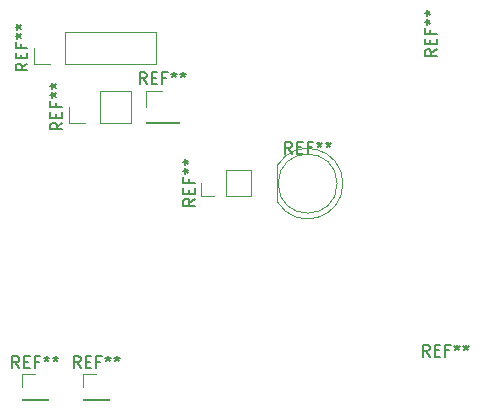
<source format=gbr>
%TF.GenerationSoftware,KiCad,Pcbnew,9.0.1*%
%TF.CreationDate,2025-05-06T12:48:32+03:00*%
%TF.ProjectId,plata_dat,706c6174-615f-4646-9174-2e6b69636164,rev?*%
%TF.SameCoordinates,Original*%
%TF.FileFunction,Legend,Top*%
%TF.FilePolarity,Positive*%
%FSLAX46Y46*%
G04 Gerber Fmt 4.6, Leading zero omitted, Abs format (unit mm)*
G04 Created by KiCad (PCBNEW 9.0.1) date 2025-05-06 12:48:32*
%MOMM*%
%LPD*%
G01*
G04 APERTURE LIST*
%ADD10C,0.150000*%
%ADD11C,0.120000*%
G04 APERTURE END LIST*
D10*
X187311666Y-87444819D02*
X186978333Y-86968628D01*
X186740238Y-87444819D02*
X186740238Y-86444819D01*
X186740238Y-86444819D02*
X187121190Y-86444819D01*
X187121190Y-86444819D02*
X187216428Y-86492438D01*
X187216428Y-86492438D02*
X187264047Y-86540057D01*
X187264047Y-86540057D02*
X187311666Y-86635295D01*
X187311666Y-86635295D02*
X187311666Y-86778152D01*
X187311666Y-86778152D02*
X187264047Y-86873390D01*
X187264047Y-86873390D02*
X187216428Y-86921009D01*
X187216428Y-86921009D02*
X187121190Y-86968628D01*
X187121190Y-86968628D02*
X186740238Y-86968628D01*
X187740238Y-86921009D02*
X188073571Y-86921009D01*
X188216428Y-87444819D02*
X187740238Y-87444819D01*
X187740238Y-87444819D02*
X187740238Y-86444819D01*
X187740238Y-86444819D02*
X188216428Y-86444819D01*
X188978333Y-86921009D02*
X188645000Y-86921009D01*
X188645000Y-87444819D02*
X188645000Y-86444819D01*
X188645000Y-86444819D02*
X189121190Y-86444819D01*
X189645000Y-86444819D02*
X189645000Y-86682914D01*
X189406905Y-86587676D02*
X189645000Y-86682914D01*
X189645000Y-86682914D02*
X189883095Y-86587676D01*
X189502143Y-86873390D02*
X189645000Y-86682914D01*
X189645000Y-86682914D02*
X189787857Y-86873390D01*
X190406905Y-86444819D02*
X190406905Y-86682914D01*
X190168810Y-86587676D02*
X190406905Y-86682914D01*
X190406905Y-86682914D02*
X190645000Y-86587676D01*
X190264048Y-86873390D02*
X190406905Y-86682914D01*
X190406905Y-86682914D02*
X190549762Y-86873390D01*
X187909819Y-61433333D02*
X187433628Y-61766666D01*
X187909819Y-62004761D02*
X186909819Y-62004761D01*
X186909819Y-62004761D02*
X186909819Y-61623809D01*
X186909819Y-61623809D02*
X186957438Y-61528571D01*
X186957438Y-61528571D02*
X187005057Y-61480952D01*
X187005057Y-61480952D02*
X187100295Y-61433333D01*
X187100295Y-61433333D02*
X187243152Y-61433333D01*
X187243152Y-61433333D02*
X187338390Y-61480952D01*
X187338390Y-61480952D02*
X187386009Y-61528571D01*
X187386009Y-61528571D02*
X187433628Y-61623809D01*
X187433628Y-61623809D02*
X187433628Y-62004761D01*
X187386009Y-61004761D02*
X187386009Y-60671428D01*
X187909819Y-60528571D02*
X187909819Y-61004761D01*
X187909819Y-61004761D02*
X186909819Y-61004761D01*
X186909819Y-61004761D02*
X186909819Y-60528571D01*
X187386009Y-59766666D02*
X187386009Y-60099999D01*
X187909819Y-60099999D02*
X186909819Y-60099999D01*
X186909819Y-60099999D02*
X186909819Y-59623809D01*
X186909819Y-59099999D02*
X187147914Y-59099999D01*
X187052676Y-59338094D02*
X187147914Y-59099999D01*
X187147914Y-59099999D02*
X187052676Y-58861904D01*
X187338390Y-59242856D02*
X187147914Y-59099999D01*
X187147914Y-59099999D02*
X187338390Y-58957142D01*
X186909819Y-58338094D02*
X187147914Y-58338094D01*
X187052676Y-58576189D02*
X187147914Y-58338094D01*
X187147914Y-58338094D02*
X187052676Y-58099999D01*
X187338390Y-58480951D02*
X187147914Y-58338094D01*
X187147914Y-58338094D02*
X187338390Y-58195237D01*
X167437319Y-74083333D02*
X166961128Y-74416666D01*
X167437319Y-74654761D02*
X166437319Y-74654761D01*
X166437319Y-74654761D02*
X166437319Y-74273809D01*
X166437319Y-74273809D02*
X166484938Y-74178571D01*
X166484938Y-74178571D02*
X166532557Y-74130952D01*
X166532557Y-74130952D02*
X166627795Y-74083333D01*
X166627795Y-74083333D02*
X166770652Y-74083333D01*
X166770652Y-74083333D02*
X166865890Y-74130952D01*
X166865890Y-74130952D02*
X166913509Y-74178571D01*
X166913509Y-74178571D02*
X166961128Y-74273809D01*
X166961128Y-74273809D02*
X166961128Y-74654761D01*
X166913509Y-73654761D02*
X166913509Y-73321428D01*
X167437319Y-73178571D02*
X167437319Y-73654761D01*
X167437319Y-73654761D02*
X166437319Y-73654761D01*
X166437319Y-73654761D02*
X166437319Y-73178571D01*
X166913509Y-72416666D02*
X166913509Y-72749999D01*
X167437319Y-72749999D02*
X166437319Y-72749999D01*
X166437319Y-72749999D02*
X166437319Y-72273809D01*
X166437319Y-71749999D02*
X166675414Y-71749999D01*
X166580176Y-71988094D02*
X166675414Y-71749999D01*
X166675414Y-71749999D02*
X166580176Y-71511904D01*
X166865890Y-71892856D02*
X166675414Y-71749999D01*
X166675414Y-71749999D02*
X166865890Y-71607142D01*
X166437319Y-70988094D02*
X166675414Y-70988094D01*
X166580176Y-71226189D02*
X166675414Y-70988094D01*
X166675414Y-70988094D02*
X166580176Y-70749999D01*
X166865890Y-71130951D02*
X166675414Y-70988094D01*
X166675414Y-70988094D02*
X166865890Y-70845237D01*
X157759166Y-88394819D02*
X157425833Y-87918628D01*
X157187738Y-88394819D02*
X157187738Y-87394819D01*
X157187738Y-87394819D02*
X157568690Y-87394819D01*
X157568690Y-87394819D02*
X157663928Y-87442438D01*
X157663928Y-87442438D02*
X157711547Y-87490057D01*
X157711547Y-87490057D02*
X157759166Y-87585295D01*
X157759166Y-87585295D02*
X157759166Y-87728152D01*
X157759166Y-87728152D02*
X157711547Y-87823390D01*
X157711547Y-87823390D02*
X157663928Y-87871009D01*
X157663928Y-87871009D02*
X157568690Y-87918628D01*
X157568690Y-87918628D02*
X157187738Y-87918628D01*
X158187738Y-87871009D02*
X158521071Y-87871009D01*
X158663928Y-88394819D02*
X158187738Y-88394819D01*
X158187738Y-88394819D02*
X158187738Y-87394819D01*
X158187738Y-87394819D02*
X158663928Y-87394819D01*
X159425833Y-87871009D02*
X159092500Y-87871009D01*
X159092500Y-88394819D02*
X159092500Y-87394819D01*
X159092500Y-87394819D02*
X159568690Y-87394819D01*
X160092500Y-87394819D02*
X160092500Y-87632914D01*
X159854405Y-87537676D02*
X160092500Y-87632914D01*
X160092500Y-87632914D02*
X160330595Y-87537676D01*
X159949643Y-87823390D02*
X160092500Y-87632914D01*
X160092500Y-87632914D02*
X160235357Y-87823390D01*
X160854405Y-87394819D02*
X160854405Y-87632914D01*
X160616310Y-87537676D02*
X160854405Y-87632914D01*
X160854405Y-87632914D02*
X161092500Y-87537676D01*
X160711548Y-87823390D02*
X160854405Y-87632914D01*
X160854405Y-87632914D02*
X160997262Y-87823390D01*
X152559166Y-88394819D02*
X152225833Y-87918628D01*
X151987738Y-88394819D02*
X151987738Y-87394819D01*
X151987738Y-87394819D02*
X152368690Y-87394819D01*
X152368690Y-87394819D02*
X152463928Y-87442438D01*
X152463928Y-87442438D02*
X152511547Y-87490057D01*
X152511547Y-87490057D02*
X152559166Y-87585295D01*
X152559166Y-87585295D02*
X152559166Y-87728152D01*
X152559166Y-87728152D02*
X152511547Y-87823390D01*
X152511547Y-87823390D02*
X152463928Y-87871009D01*
X152463928Y-87871009D02*
X152368690Y-87918628D01*
X152368690Y-87918628D02*
X151987738Y-87918628D01*
X152987738Y-87871009D02*
X153321071Y-87871009D01*
X153463928Y-88394819D02*
X152987738Y-88394819D01*
X152987738Y-88394819D02*
X152987738Y-87394819D01*
X152987738Y-87394819D02*
X153463928Y-87394819D01*
X154225833Y-87871009D02*
X153892500Y-87871009D01*
X153892500Y-88394819D02*
X153892500Y-87394819D01*
X153892500Y-87394819D02*
X154368690Y-87394819D01*
X154892500Y-87394819D02*
X154892500Y-87632914D01*
X154654405Y-87537676D02*
X154892500Y-87632914D01*
X154892500Y-87632914D02*
X155130595Y-87537676D01*
X154749643Y-87823390D02*
X154892500Y-87632914D01*
X154892500Y-87632914D02*
X155035357Y-87823390D01*
X155654405Y-87394819D02*
X155654405Y-87632914D01*
X155416310Y-87537676D02*
X155654405Y-87632914D01*
X155654405Y-87632914D02*
X155892500Y-87537676D01*
X155511548Y-87823390D02*
X155654405Y-87632914D01*
X155654405Y-87632914D02*
X155797262Y-87823390D01*
X175654166Y-70254819D02*
X175320833Y-69778628D01*
X175082738Y-70254819D02*
X175082738Y-69254819D01*
X175082738Y-69254819D02*
X175463690Y-69254819D01*
X175463690Y-69254819D02*
X175558928Y-69302438D01*
X175558928Y-69302438D02*
X175606547Y-69350057D01*
X175606547Y-69350057D02*
X175654166Y-69445295D01*
X175654166Y-69445295D02*
X175654166Y-69588152D01*
X175654166Y-69588152D02*
X175606547Y-69683390D01*
X175606547Y-69683390D02*
X175558928Y-69731009D01*
X175558928Y-69731009D02*
X175463690Y-69778628D01*
X175463690Y-69778628D02*
X175082738Y-69778628D01*
X176082738Y-69731009D02*
X176416071Y-69731009D01*
X176558928Y-70254819D02*
X176082738Y-70254819D01*
X176082738Y-70254819D02*
X176082738Y-69254819D01*
X176082738Y-69254819D02*
X176558928Y-69254819D01*
X177320833Y-69731009D02*
X176987500Y-69731009D01*
X176987500Y-70254819D02*
X176987500Y-69254819D01*
X176987500Y-69254819D02*
X177463690Y-69254819D01*
X177987500Y-69254819D02*
X177987500Y-69492914D01*
X177749405Y-69397676D02*
X177987500Y-69492914D01*
X177987500Y-69492914D02*
X178225595Y-69397676D01*
X177844643Y-69683390D02*
X177987500Y-69492914D01*
X177987500Y-69492914D02*
X178130357Y-69683390D01*
X178749405Y-69254819D02*
X178749405Y-69492914D01*
X178511310Y-69397676D02*
X178749405Y-69492914D01*
X178749405Y-69492914D02*
X178987500Y-69397676D01*
X178606548Y-69683390D02*
X178749405Y-69492914D01*
X178749405Y-69492914D02*
X178892262Y-69683390D01*
X163349166Y-64374819D02*
X163015833Y-63898628D01*
X162777738Y-64374819D02*
X162777738Y-63374819D01*
X162777738Y-63374819D02*
X163158690Y-63374819D01*
X163158690Y-63374819D02*
X163253928Y-63422438D01*
X163253928Y-63422438D02*
X163301547Y-63470057D01*
X163301547Y-63470057D02*
X163349166Y-63565295D01*
X163349166Y-63565295D02*
X163349166Y-63708152D01*
X163349166Y-63708152D02*
X163301547Y-63803390D01*
X163301547Y-63803390D02*
X163253928Y-63851009D01*
X163253928Y-63851009D02*
X163158690Y-63898628D01*
X163158690Y-63898628D02*
X162777738Y-63898628D01*
X163777738Y-63851009D02*
X164111071Y-63851009D01*
X164253928Y-64374819D02*
X163777738Y-64374819D01*
X163777738Y-64374819D02*
X163777738Y-63374819D01*
X163777738Y-63374819D02*
X164253928Y-63374819D01*
X165015833Y-63851009D02*
X164682500Y-63851009D01*
X164682500Y-64374819D02*
X164682500Y-63374819D01*
X164682500Y-63374819D02*
X165158690Y-63374819D01*
X165682500Y-63374819D02*
X165682500Y-63612914D01*
X165444405Y-63517676D02*
X165682500Y-63612914D01*
X165682500Y-63612914D02*
X165920595Y-63517676D01*
X165539643Y-63803390D02*
X165682500Y-63612914D01*
X165682500Y-63612914D02*
X165825357Y-63803390D01*
X166444405Y-63374819D02*
X166444405Y-63612914D01*
X166206310Y-63517676D02*
X166444405Y-63612914D01*
X166444405Y-63612914D02*
X166682500Y-63517676D01*
X166301548Y-63803390D02*
X166444405Y-63612914D01*
X166444405Y-63612914D02*
X166587262Y-63803390D01*
X153257319Y-62633333D02*
X152781128Y-62966666D01*
X153257319Y-63204761D02*
X152257319Y-63204761D01*
X152257319Y-63204761D02*
X152257319Y-62823809D01*
X152257319Y-62823809D02*
X152304938Y-62728571D01*
X152304938Y-62728571D02*
X152352557Y-62680952D01*
X152352557Y-62680952D02*
X152447795Y-62633333D01*
X152447795Y-62633333D02*
X152590652Y-62633333D01*
X152590652Y-62633333D02*
X152685890Y-62680952D01*
X152685890Y-62680952D02*
X152733509Y-62728571D01*
X152733509Y-62728571D02*
X152781128Y-62823809D01*
X152781128Y-62823809D02*
X152781128Y-63204761D01*
X152733509Y-62204761D02*
X152733509Y-61871428D01*
X153257319Y-61728571D02*
X153257319Y-62204761D01*
X153257319Y-62204761D02*
X152257319Y-62204761D01*
X152257319Y-62204761D02*
X152257319Y-61728571D01*
X152733509Y-60966666D02*
X152733509Y-61299999D01*
X153257319Y-61299999D02*
X152257319Y-61299999D01*
X152257319Y-61299999D02*
X152257319Y-60823809D01*
X152257319Y-60299999D02*
X152495414Y-60299999D01*
X152400176Y-60538094D02*
X152495414Y-60299999D01*
X152495414Y-60299999D02*
X152400176Y-60061904D01*
X152685890Y-60442856D02*
X152495414Y-60299999D01*
X152495414Y-60299999D02*
X152685890Y-60157142D01*
X152257319Y-59538094D02*
X152495414Y-59538094D01*
X152400176Y-59776189D02*
X152495414Y-59538094D01*
X152495414Y-59538094D02*
X152400176Y-59299999D01*
X152685890Y-59680951D02*
X152495414Y-59538094D01*
X152495414Y-59538094D02*
X152685890Y-59395237D01*
X156217319Y-67633333D02*
X155741128Y-67966666D01*
X156217319Y-68204761D02*
X155217319Y-68204761D01*
X155217319Y-68204761D02*
X155217319Y-67823809D01*
X155217319Y-67823809D02*
X155264938Y-67728571D01*
X155264938Y-67728571D02*
X155312557Y-67680952D01*
X155312557Y-67680952D02*
X155407795Y-67633333D01*
X155407795Y-67633333D02*
X155550652Y-67633333D01*
X155550652Y-67633333D02*
X155645890Y-67680952D01*
X155645890Y-67680952D02*
X155693509Y-67728571D01*
X155693509Y-67728571D02*
X155741128Y-67823809D01*
X155741128Y-67823809D02*
X155741128Y-68204761D01*
X155693509Y-67204761D02*
X155693509Y-66871428D01*
X156217319Y-66728571D02*
X156217319Y-67204761D01*
X156217319Y-67204761D02*
X155217319Y-67204761D01*
X155217319Y-67204761D02*
X155217319Y-66728571D01*
X155693509Y-65966666D02*
X155693509Y-66299999D01*
X156217319Y-66299999D02*
X155217319Y-66299999D01*
X155217319Y-66299999D02*
X155217319Y-65823809D01*
X155217319Y-65299999D02*
X155455414Y-65299999D01*
X155360176Y-65538094D02*
X155455414Y-65299999D01*
X155455414Y-65299999D02*
X155360176Y-65061904D01*
X155645890Y-65442856D02*
X155455414Y-65299999D01*
X155455414Y-65299999D02*
X155645890Y-65157142D01*
X155217319Y-64538094D02*
X155455414Y-64538094D01*
X155360176Y-64776189D02*
X155455414Y-64538094D01*
X155455414Y-64538094D02*
X155360176Y-64299999D01*
X155645890Y-64680951D02*
X155455414Y-64538094D01*
X155455414Y-64538094D02*
X155645890Y-64395237D01*
D11*
%TO.C,REF\u002A\u002A*%
X167982500Y-73860000D02*
X167982500Y-72750000D01*
X169092500Y-73860000D02*
X167982500Y-73860000D01*
X170092500Y-73860000D02*
X172202500Y-73860000D01*
X170092500Y-73860000D02*
X170092500Y-71640000D01*
X172202500Y-73860000D02*
X172202500Y-71640000D01*
X170092500Y-71640000D02*
X172202500Y-71640000D01*
X157982500Y-88940000D02*
X159092500Y-88940000D01*
X157982500Y-90050000D02*
X157982500Y-88940000D01*
X157982500Y-91050000D02*
X157982500Y-91160000D01*
X157982500Y-91050000D02*
X160202500Y-91050000D01*
X157982500Y-91160000D02*
X160202500Y-91160000D01*
X160202500Y-91050000D02*
X160202500Y-91160000D01*
X152782500Y-88940000D02*
X153892500Y-88940000D01*
X152782500Y-90050000D02*
X152782500Y-88940000D01*
X152782500Y-91050000D02*
X152782500Y-91160000D01*
X152782500Y-91050000D02*
X155002500Y-91050000D01*
X152782500Y-91160000D02*
X155002500Y-91160000D01*
X155002500Y-91050000D02*
X155002500Y-91160000D01*
X174427500Y-71255000D02*
X174427500Y-74345000D01*
X174427500Y-71255170D02*
G75*
G02*
X179977500Y-72799952I2560000J-1544830D01*
G01*
X179977500Y-72800048D02*
G75*
G02*
X174427500Y-74344830I-2990000J48D01*
G01*
X179487500Y-72800000D02*
G75*
G02*
X174487500Y-72800000I-2500000J0D01*
G01*
X174487500Y-72800000D02*
G75*
G02*
X179487500Y-72800000I2500000J0D01*
G01*
X163302500Y-64920000D02*
X164682500Y-64920000D01*
X163302500Y-66300000D02*
X163302500Y-64920000D01*
X163302500Y-67570000D02*
X163302500Y-67680000D01*
X163302500Y-67570000D02*
X166062500Y-67570000D01*
X163302500Y-67680000D02*
X166062500Y-67680000D01*
X166062500Y-67570000D02*
X166062500Y-67680000D01*
X153802500Y-62680000D02*
X153802500Y-61300000D01*
X155182500Y-62680000D02*
X153802500Y-62680000D01*
X156452500Y-59920000D02*
X164182500Y-59920000D01*
X156452500Y-62680000D02*
X156452500Y-59920000D01*
X156452500Y-62680000D02*
X164182500Y-62680000D01*
X164182500Y-62680000D02*
X164182500Y-59920000D01*
X156762500Y-67680000D02*
X156762500Y-66300000D01*
X158142500Y-67680000D02*
X156762500Y-67680000D01*
X159412500Y-64920000D02*
X162062500Y-64920000D01*
X159412500Y-67680000D02*
X159412500Y-64920000D01*
X159412500Y-67680000D02*
X162062500Y-67680000D01*
X162062500Y-67680000D02*
X162062500Y-64920000D01*
%TD*%
M02*

</source>
